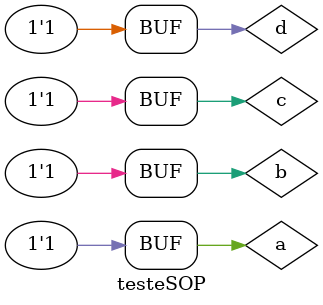
<source format=v>
module SOP (s,a,b,c,d);
output s;
input a,b,c,d;
wire t1,t2,t3,t4,t5,t6,t7,t8,t9,t10;


nand NAND1(t1,~a,c);
nand NAND2(t2,t1);
nand NAND3(t3,b,c);
nand NAND4(t4,t3);
nand NAND5 (t5,b,d);
nand NAND6 (t6,t5);
nand NAND7 (t7,a,~c,d);
nand NAND8 (t8,t7);


nand NAND9 (t10,t2,t4); 
nand NAND10 (t9,t6,t8); 

nand NAND11 (s,t10,t9);

endmodule //fim SOP

module testeSOP;

wire s;
reg a,b,c,d;

SOP Teste (s,a,b,c,d);

 initial begin
      $display("\na  b   c   d  s\n");
      $monitor("%b  %b   %b   %b  %b", a, b, c, d, s);
  
	     a=0; b=0; c=0; d=0;  
    #1  a=0; b=0; c=0; d=1;
    #1  a=0; b=0; c=1; d=0;
    #1  a=0; b=0; c=1; d=1;
    #1  a=0; b=1; c=0; d=0;
 	 #1  a=0; b=1; c=0; d=1;
    #1  a=0; b=1; c=1; d=0;
    #1  a=0; b=1; c=1; d=1;
    #1  a=1; b=0; c=0; d=0;
    #1  a=1; b=0; c=0; d=1;
    #1  a=1; b=0; c=1; d=0;
    #1  a=1; b=0; c=1; d=1;
    #1  a=1; b=1; c=0; d=0;
    #1  a=1; b=1; c=0; d=1;
    #1  a=1; b=1; c=1; d=0;
    #1  a=1; b=1; c=1; d=1;


        
    end
    endmodule


</source>
